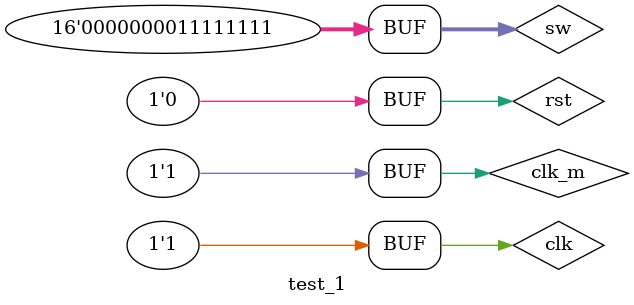
<source format=sv>
`timescale 1ns / 1ps


module test_1();

logic clk;
logic clk_m;
logic rst;
logic [15:0]sw;
logic [15:0]leds;
logic [3:0]anodos;
logic [7:0]segmentos;

top_module dut(clk, clk_m, rst, sw, leds, anodos, segmentos);

always begin
    clk = 0; #5; clk = 1; #5;
end
always begin
    clk_m = 0; #25; clk_m = 1; #25;
end

initial begin
rst = 0;sw = 'b0; #20;
rst = 1; #10;
rst = 0; sw = 'hFF; #2000;
rst = 1; #100;
rst = 0;
end
endmodule

</source>
